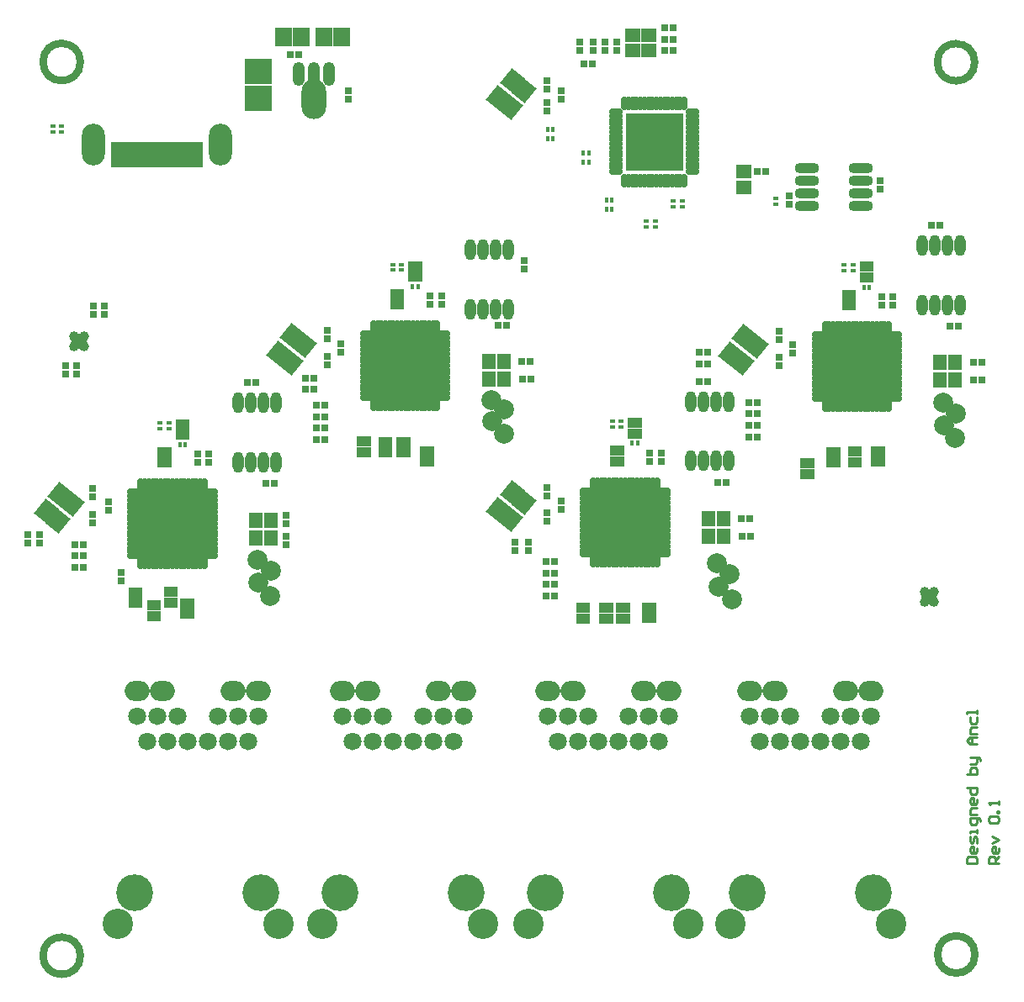
<source format=gts>
G04*
G04 #@! TF.GenerationSoftware,Altium Limited,Altium Designer,21.1.1 (26)*
G04*
G04 Layer_Color=8388736*
%FSLAX25Y25*%
%MOIN*%
G70*
G04*
G04 #@! TF.SameCoordinates,1DE770B5-5229-4C7E-BA00-58D6BC8AB395*
G04*
G04*
G04 #@! TF.FilePolarity,Negative*
G04*
G01*
G75*
%ADD10C,0.01000*%
%ADD41C,0.03000*%
%ADD42R,0.06400X0.06400*%
%ADD43R,0.06200X0.06200*%
%ADD44R,0.04756X0.09874*%
%ADD45C,0.07906*%
%ADD46O,0.04756X0.10268*%
%ADD47O,0.04756X0.09480*%
%ADD48O,0.09874X0.15780*%
%ADD49O,0.04362X0.08291*%
%ADD50O,0.09678X0.04238*%
G04:AMPARAMS|DCode=51|XSize=75.12mil|YSize=65.28mil|CornerRadius=0mil|HoleSize=0mil|Usage=FLASHONLY|Rotation=231.000|XOffset=0mil|YOffset=0mil|HoleType=Round|Shape=Rectangle|*
%AMROTATEDRECTD51*
4,1,4,-0.00173,0.04973,0.04900,0.00865,0.00173,-0.04973,-0.04900,-0.00865,-0.00173,0.04973,0.0*
%
%ADD51ROTATEDRECTD51*%

%ADD52O,0.05543X0.02787*%
%ADD53O,0.02787X0.05543*%
%ADD54R,0.23063X0.23063*%
%ADD55R,0.26409X0.26409*%
%ADD56R,0.03181X0.03969*%
%ADD57R,0.05858X0.05661*%
%ADD58R,0.02959X0.02762*%
%ADD59R,0.01975X0.01817*%
%ADD60R,0.01817X0.01975*%
%ADD61R,0.06567X0.07787*%
%ADD62R,0.02762X0.02959*%
%ADD63R,0.10858X0.10268*%
%ADD64R,0.05661X0.05858*%
%ADD65O,0.09087X0.16567*%
%ADD66O,0.09874X0.07906*%
%ADD67C,0.07118*%
%ADD68C,0.12000*%
%ADD69C,0.14598*%
%ADD70C,0.03969*%
D10*
X378270Y56200D02*
X382269D01*
Y58199D01*
X381602Y58866D01*
X378936D01*
X378270Y58199D01*
Y56200D01*
X382269Y62198D02*
Y60865D01*
X381602Y60199D01*
X380269D01*
X379603Y60865D01*
Y62198D01*
X380269Y62865D01*
X380936D01*
Y60199D01*
X382269Y64197D02*
Y66197D01*
X381602Y66863D01*
X380936Y66197D01*
Y64864D01*
X380269Y64197D01*
X379603Y64864D01*
Y66863D01*
X382269Y68196D02*
Y69529D01*
Y68863D01*
X379603D01*
Y68196D01*
X383601Y72861D02*
Y73528D01*
X382935Y74194D01*
X379603D01*
Y72195D01*
X380269Y71528D01*
X381602D01*
X382269Y72195D01*
Y74194D01*
Y75527D02*
X379603D01*
Y77526D01*
X380269Y78193D01*
X382269D01*
Y81525D02*
Y80192D01*
X381602Y79526D01*
X380269D01*
X379603Y80192D01*
Y81525D01*
X380269Y82192D01*
X380936D01*
Y79526D01*
X378270Y86190D02*
X382269D01*
Y84191D01*
X381602Y83525D01*
X380269D01*
X379603Y84191D01*
Y86190D01*
X378270Y91522D02*
X382269D01*
Y93521D01*
X381602Y94188D01*
X380936D01*
X380269D01*
X379603Y93521D01*
Y91522D01*
Y95521D02*
X381602D01*
X382269Y96187D01*
Y98186D01*
X382935D01*
X383601Y97520D01*
Y96854D01*
X382269Y98186D02*
X379603D01*
X382269Y103518D02*
X379603D01*
X378270Y104851D01*
X379603Y106184D01*
X382269D01*
X380269D01*
Y103518D01*
X382269Y107517D02*
X379603D01*
Y109516D01*
X380269Y110183D01*
X382269D01*
X379603Y114181D02*
Y112182D01*
X380269Y111515D01*
X381602D01*
X382269Y112182D01*
Y114181D01*
Y115514D02*
Y116847D01*
Y116181D01*
X378270D01*
Y115514D01*
X390800Y56200D02*
X386801D01*
Y58199D01*
X387468Y58866D01*
X388801D01*
X389467Y58199D01*
Y56200D01*
Y57533D02*
X390800Y58866D01*
Y62198D02*
Y60865D01*
X390134Y60199D01*
X388801D01*
X388134Y60865D01*
Y62198D01*
X388801Y62865D01*
X389467D01*
Y60199D01*
X388134Y64197D02*
X390800Y65530D01*
X388134Y66863D01*
X387468Y72195D02*
X386801Y72861D01*
Y74194D01*
X387468Y74861D01*
X390134D01*
X390800Y74194D01*
Y72861D01*
X390134Y72195D01*
X387468D01*
X390800Y76194D02*
X390134D01*
Y76860D01*
X390800D01*
Y76194D01*
Y79526D02*
Y80859D01*
Y80192D01*
X386801D01*
X387468Y79526D01*
D41*
X27091Y19682D02*
G03*
X27091Y19682I-7400J0D01*
G01*
X381491Y20182D02*
G03*
X381491Y20182I-7400J0D01*
G01*
X381384Y373978D02*
G03*
X381384Y373978I-7400J0D01*
G01*
X27091Y374082D02*
G03*
X27091Y374082I-7400J0D01*
G01*
D42*
X363400Y162100D02*
D03*
D43*
X26600Y263300D02*
D03*
D44*
X69280Y337362D02*
D03*
X61406D02*
D03*
X53532D02*
D03*
X45658D02*
D03*
X41721D02*
D03*
X49595D02*
D03*
X57469D02*
D03*
X65343D02*
D03*
X73217D02*
D03*
D45*
X279401Y175465D02*
D03*
X373700Y225000D02*
D03*
X194800Y226800D02*
D03*
X102251Y162249D02*
D03*
X369300Y230100D02*
D03*
X190100Y231500D02*
D03*
X97600Y167700D02*
D03*
X373800Y234800D02*
D03*
X195000Y236200D02*
D03*
X102500Y172200D02*
D03*
X369000Y239100D02*
D03*
X189900Y240100D02*
D03*
X97200Y176600D02*
D03*
X285200Y161100D02*
D03*
X280000Y165900D02*
D03*
X284300Y171100D02*
D03*
D46*
X119600Y368830D02*
D03*
D47*
X113695Y369220D02*
D03*
X125506D02*
D03*
D48*
X119600Y359380D02*
D03*
D49*
X196600Y299711D02*
D03*
X191600D02*
D03*
X186600D02*
D03*
X181600D02*
D03*
X196600Y276089D02*
D03*
X191600D02*
D03*
X186600D02*
D03*
X181600D02*
D03*
X360618Y277720D02*
D03*
X365618D02*
D03*
X370618D02*
D03*
X375618D02*
D03*
X360618Y301342D02*
D03*
X365618D02*
D03*
X370618D02*
D03*
X375618D02*
D03*
X268818Y215820D02*
D03*
X273818D02*
D03*
X278818D02*
D03*
X283818D02*
D03*
X268818Y239442D02*
D03*
X273818D02*
D03*
X278818D02*
D03*
X283818D02*
D03*
X89553Y215285D02*
D03*
X94553D02*
D03*
X99553D02*
D03*
X104553D02*
D03*
X89553Y238907D02*
D03*
X94553D02*
D03*
X99553D02*
D03*
X104553D02*
D03*
D50*
X314806Y332112D02*
D03*
Y327112D02*
D03*
Y322112D02*
D03*
Y317112D02*
D03*
X336106Y332112D02*
D03*
Y327112D02*
D03*
Y322112D02*
D03*
Y317112D02*
D03*
D51*
X13462Y196047D02*
D03*
X23809Y198814D02*
D03*
X18913Y202778D02*
D03*
X18358Y192083D02*
D03*
X192654Y359833D02*
D03*
X203000Y362600D02*
D03*
X198105Y366564D02*
D03*
X197549Y355869D02*
D03*
X284528Y258482D02*
D03*
X294874Y261249D02*
D03*
X289979Y265213D02*
D03*
X289423Y254518D02*
D03*
X192728Y196582D02*
D03*
X203074Y199349D02*
D03*
X198179Y203313D02*
D03*
X197623Y192618D02*
D03*
X105628Y258782D02*
D03*
X115974Y261549D02*
D03*
X111079Y265513D02*
D03*
X110523Y254818D02*
D03*
D52*
X239244Y354211D02*
D03*
Y352636D02*
D03*
Y351061D02*
D03*
Y349487D02*
D03*
Y347912D02*
D03*
Y346337D02*
D03*
Y344762D02*
D03*
Y343187D02*
D03*
Y341613D02*
D03*
Y340038D02*
D03*
Y338463D02*
D03*
Y336888D02*
D03*
Y335313D02*
D03*
Y333739D02*
D03*
Y332164D02*
D03*
Y330589D02*
D03*
X269756D02*
D03*
Y332164D02*
D03*
Y333739D02*
D03*
Y335313D02*
D03*
Y336888D02*
D03*
Y338463D02*
D03*
Y340038D02*
D03*
Y341613D02*
D03*
Y343187D02*
D03*
Y344762D02*
D03*
Y346337D02*
D03*
Y347912D02*
D03*
Y349487D02*
D03*
Y351061D02*
D03*
Y352636D02*
D03*
Y354211D02*
D03*
X258157Y178867D02*
D03*
Y180442D02*
D03*
Y182017D02*
D03*
Y183591D02*
D03*
Y185166D02*
D03*
Y186741D02*
D03*
Y188316D02*
D03*
Y189891D02*
D03*
Y191465D02*
D03*
Y193040D02*
D03*
Y194615D02*
D03*
Y196190D02*
D03*
Y197765D02*
D03*
Y199339D02*
D03*
Y200914D02*
D03*
Y202489D02*
D03*
Y204064D02*
D03*
X227645D02*
D03*
Y202489D02*
D03*
Y200914D02*
D03*
Y199339D02*
D03*
Y197765D02*
D03*
Y196190D02*
D03*
Y194615D02*
D03*
Y193040D02*
D03*
Y191465D02*
D03*
Y189891D02*
D03*
Y188316D02*
D03*
Y186741D02*
D03*
Y185166D02*
D03*
Y183591D02*
D03*
Y182017D02*
D03*
Y180442D02*
D03*
Y178867D02*
D03*
X78891Y178332D02*
D03*
Y179907D02*
D03*
Y181482D02*
D03*
Y183057D02*
D03*
Y184632D02*
D03*
Y186206D02*
D03*
Y187781D02*
D03*
Y189356D02*
D03*
Y190931D02*
D03*
Y192506D02*
D03*
Y194080D02*
D03*
Y195655D02*
D03*
Y197230D02*
D03*
Y198805D02*
D03*
Y200379D02*
D03*
Y201954D02*
D03*
Y203529D02*
D03*
X48379D02*
D03*
Y201954D02*
D03*
Y200379D02*
D03*
Y198805D02*
D03*
Y197230D02*
D03*
Y195655D02*
D03*
Y194080D02*
D03*
Y192506D02*
D03*
Y190931D02*
D03*
Y189356D02*
D03*
Y187781D02*
D03*
Y186206D02*
D03*
Y184632D02*
D03*
Y183057D02*
D03*
Y181482D02*
D03*
Y179907D02*
D03*
Y178332D02*
D03*
X349957Y240767D02*
D03*
Y242342D02*
D03*
Y243917D02*
D03*
Y245491D02*
D03*
Y247066D02*
D03*
Y248641D02*
D03*
Y250216D02*
D03*
Y251791D02*
D03*
Y253365D02*
D03*
Y254940D02*
D03*
Y256515D02*
D03*
Y258090D02*
D03*
Y259665D02*
D03*
Y261239D02*
D03*
Y262814D02*
D03*
Y264389D02*
D03*
Y265964D02*
D03*
X319445D02*
D03*
Y264389D02*
D03*
Y262814D02*
D03*
Y261239D02*
D03*
Y259665D02*
D03*
Y258090D02*
D03*
Y256515D02*
D03*
Y254940D02*
D03*
Y253365D02*
D03*
Y251791D02*
D03*
Y250216D02*
D03*
Y248641D02*
D03*
Y247066D02*
D03*
Y245491D02*
D03*
Y243917D02*
D03*
Y242342D02*
D03*
Y240767D02*
D03*
X140545Y241067D02*
D03*
Y242642D02*
D03*
Y244216D02*
D03*
Y245791D02*
D03*
Y247366D02*
D03*
Y248941D02*
D03*
Y250516D02*
D03*
Y252091D02*
D03*
Y253665D02*
D03*
Y255240D02*
D03*
Y256815D02*
D03*
Y258390D02*
D03*
Y259965D02*
D03*
Y261539D02*
D03*
Y263114D02*
D03*
Y264689D02*
D03*
Y266264D02*
D03*
X171057D02*
D03*
Y264689D02*
D03*
Y263114D02*
D03*
Y261539D02*
D03*
Y259965D02*
D03*
Y258390D02*
D03*
Y256815D02*
D03*
Y255240D02*
D03*
Y253665D02*
D03*
Y252091D02*
D03*
Y250516D02*
D03*
Y248941D02*
D03*
Y247366D02*
D03*
Y245791D02*
D03*
Y244216D02*
D03*
Y242642D02*
D03*
Y241067D02*
D03*
D53*
X242689Y327144D02*
D03*
X244264D02*
D03*
X245839D02*
D03*
X247413D02*
D03*
X248988D02*
D03*
X250563D02*
D03*
X252138D02*
D03*
X253713D02*
D03*
X255287D02*
D03*
X256862D02*
D03*
X258437D02*
D03*
X260012D02*
D03*
X261587D02*
D03*
X263161D02*
D03*
X264736D02*
D03*
X266311D02*
D03*
Y357656D02*
D03*
X264736D02*
D03*
X263161D02*
D03*
X261587D02*
D03*
X260012D02*
D03*
X258437D02*
D03*
X256862D02*
D03*
X255287D02*
D03*
X253713D02*
D03*
X252138D02*
D03*
X250563D02*
D03*
X248988D02*
D03*
X247413D02*
D03*
X245839D02*
D03*
X244264D02*
D03*
X242689D02*
D03*
X255499Y206721D02*
D03*
X253924D02*
D03*
X252350D02*
D03*
X250775D02*
D03*
X249200D02*
D03*
X247625D02*
D03*
X246050D02*
D03*
X244476D02*
D03*
X242901D02*
D03*
X241326D02*
D03*
X239751D02*
D03*
X238176D02*
D03*
X236602D02*
D03*
X235027D02*
D03*
X233452D02*
D03*
X231877D02*
D03*
X230302D02*
D03*
Y176209D02*
D03*
X231877D02*
D03*
X233452D02*
D03*
X235027D02*
D03*
X236602D02*
D03*
X238176D02*
D03*
X239751D02*
D03*
X241326D02*
D03*
X242901D02*
D03*
X244476D02*
D03*
X246050D02*
D03*
X247625D02*
D03*
X249200D02*
D03*
X250775D02*
D03*
X252350D02*
D03*
X253924D02*
D03*
X255499D02*
D03*
X76234Y206187D02*
D03*
X74659D02*
D03*
X73084D02*
D03*
X71509D02*
D03*
X69935D02*
D03*
X68360D02*
D03*
X66785D02*
D03*
X65210D02*
D03*
X63635D02*
D03*
X62061D02*
D03*
X60486D02*
D03*
X58911D02*
D03*
X57336D02*
D03*
X55761D02*
D03*
X54187D02*
D03*
X52612D02*
D03*
X51037D02*
D03*
Y175675D02*
D03*
X52612D02*
D03*
X54187D02*
D03*
X55761D02*
D03*
X57336D02*
D03*
X58911D02*
D03*
X60486D02*
D03*
X62061D02*
D03*
X63635D02*
D03*
X65210D02*
D03*
X66785D02*
D03*
X68360D02*
D03*
X69935D02*
D03*
X71509D02*
D03*
X73084D02*
D03*
X74659D02*
D03*
X76234D02*
D03*
X347299Y268621D02*
D03*
X345724D02*
D03*
X344150D02*
D03*
X342575D02*
D03*
X341000D02*
D03*
X339425D02*
D03*
X337850D02*
D03*
X336276D02*
D03*
X334701D02*
D03*
X333126D02*
D03*
X331551D02*
D03*
X329976D02*
D03*
X328402D02*
D03*
X326827D02*
D03*
X325252D02*
D03*
X323677D02*
D03*
X322102D02*
D03*
Y238109D02*
D03*
X323677D02*
D03*
X325252D02*
D03*
X326827D02*
D03*
X328402D02*
D03*
X329976D02*
D03*
X331551D02*
D03*
X333126D02*
D03*
X334701D02*
D03*
X336276D02*
D03*
X337850D02*
D03*
X339425D02*
D03*
X341000D02*
D03*
X342575D02*
D03*
X344150D02*
D03*
X345724D02*
D03*
X347299D02*
D03*
X168399Y238409D02*
D03*
X166824D02*
D03*
X165250D02*
D03*
X163675D02*
D03*
X162100D02*
D03*
X160525D02*
D03*
X158950D02*
D03*
X157376D02*
D03*
X155801D02*
D03*
X154226D02*
D03*
X152651D02*
D03*
X151076D02*
D03*
X149502D02*
D03*
X147927D02*
D03*
X146352D02*
D03*
X144777D02*
D03*
X143202D02*
D03*
Y268921D02*
D03*
X144777D02*
D03*
X146352D02*
D03*
X147927D02*
D03*
X149502D02*
D03*
X151076D02*
D03*
X152651D02*
D03*
X154226D02*
D03*
X155801D02*
D03*
X157376D02*
D03*
X158950D02*
D03*
X160525D02*
D03*
X162100D02*
D03*
X163675D02*
D03*
X165250D02*
D03*
X166824D02*
D03*
X168399D02*
D03*
D54*
X254500Y342400D02*
D03*
D55*
X242901Y191465D02*
D03*
X63635Y190931D02*
D03*
X334701Y253365D02*
D03*
X155801Y253665D02*
D03*
D56*
X138318Y219433D02*
D03*
X140483D02*
D03*
X140483Y223567D02*
D03*
X138318D02*
D03*
X61553Y219298D02*
D03*
X59387D02*
D03*
X59388Y215165D02*
D03*
X61553D02*
D03*
X316099Y210739D02*
D03*
X313934D02*
D03*
X316099Y214873D02*
D03*
X313934D02*
D03*
X227383Y153433D02*
D03*
X225218D02*
D03*
X227383Y157567D02*
D03*
X225218D02*
D03*
X49983Y159533D02*
D03*
X47818D02*
D03*
X49983Y163667D02*
D03*
X47818D02*
D03*
X324293Y219454D02*
D03*
X326458D02*
D03*
X324293Y215321D02*
D03*
X326458D02*
D03*
X234418Y153433D02*
D03*
X236583D02*
D03*
X236583Y157567D02*
D03*
X234418D02*
D03*
X146918Y219333D02*
D03*
X149083D02*
D03*
X149083Y223467D02*
D03*
X146918D02*
D03*
X55118Y154433D02*
D03*
X57283D02*
D03*
X57283Y158567D02*
D03*
X55118D02*
D03*
X335012Y215399D02*
D03*
X332847D02*
D03*
X335012Y219533D02*
D03*
X332847D02*
D03*
X241018Y153433D02*
D03*
X243183D02*
D03*
X243182Y157567D02*
D03*
X241018D02*
D03*
X153948Y219333D02*
D03*
X156113D02*
D03*
X156113Y223467D02*
D03*
X153948D02*
D03*
X61818Y163867D02*
D03*
X63983D02*
D03*
X63983Y159733D02*
D03*
X61818D02*
D03*
X342000Y219713D02*
D03*
X344165D02*
D03*
X342000Y215580D02*
D03*
X344165D02*
D03*
X251282Y153646D02*
D03*
X253447D02*
D03*
X253447Y157780D02*
D03*
X251282D02*
D03*
X163318Y215533D02*
D03*
X165483D02*
D03*
X165483Y219667D02*
D03*
X163318D02*
D03*
X68318Y155333D02*
D03*
X70483D02*
D03*
X70483Y159467D02*
D03*
X68318D02*
D03*
X339718Y292833D02*
D03*
X337553D02*
D03*
X337553Y288699D02*
D03*
X339718D02*
D03*
X247918Y230933D02*
D03*
X245753D02*
D03*
X245753Y226799D02*
D03*
X247918D02*
D03*
X160818Y293133D02*
D03*
X158653D02*
D03*
X158653Y288999D02*
D03*
X160818D02*
D03*
X68652Y230398D02*
D03*
X66487D02*
D03*
X66488Y226265D02*
D03*
X68653D02*
D03*
X332618Y281733D02*
D03*
X330453D02*
D03*
X330453Y277599D02*
D03*
X332618D02*
D03*
X240818Y219833D02*
D03*
X238653D02*
D03*
X238653Y215699D02*
D03*
X240818D02*
D03*
X153718Y282033D02*
D03*
X151553D02*
D03*
X151553Y277899D02*
D03*
X153718D02*
D03*
D57*
X289900Y324437D02*
D03*
Y330500D02*
D03*
X252200Y384563D02*
D03*
Y378500D02*
D03*
X246000Y384587D02*
D03*
Y378524D02*
D03*
D58*
X202900Y295173D02*
D03*
Y291827D02*
D03*
X230400Y378706D02*
D03*
Y382052D02*
D03*
X211927Y366763D02*
D03*
Y363417D02*
D03*
X212027Y354770D02*
D03*
Y358117D02*
D03*
X303866Y263900D02*
D03*
Y267247D02*
D03*
X212066Y205346D02*
D03*
Y202000D02*
D03*
X124966Y267547D02*
D03*
Y264200D02*
D03*
X32000Y204873D02*
D03*
Y201527D02*
D03*
X303866Y253727D02*
D03*
Y257073D02*
D03*
X212066Y191827D02*
D03*
Y195173D02*
D03*
X124966Y254027D02*
D03*
Y257373D02*
D03*
X32000Y191227D02*
D03*
Y194573D02*
D03*
X133300Y362700D02*
D03*
Y359353D02*
D03*
X36700Y273827D02*
D03*
Y277173D02*
D03*
X25600Y253673D02*
D03*
Y250327D02*
D03*
X224900Y382073D02*
D03*
Y378727D02*
D03*
X217627Y362590D02*
D03*
Y359243D02*
D03*
X239500Y378706D02*
D03*
Y382052D02*
D03*
X235000Y378706D02*
D03*
Y382052D02*
D03*
X344501Y277692D02*
D03*
Y281039D02*
D03*
X252701Y215792D02*
D03*
Y219139D02*
D03*
X165601Y277992D02*
D03*
Y281339D02*
D03*
X73435Y215258D02*
D03*
Y218604D02*
D03*
X43400Y168227D02*
D03*
Y171573D02*
D03*
X108700Y191100D02*
D03*
Y194447D02*
D03*
Y186000D02*
D03*
Y182653D02*
D03*
X349001Y281039D02*
D03*
Y277692D02*
D03*
X257201Y219139D02*
D03*
Y215792D02*
D03*
X170101Y281339D02*
D03*
Y277992D02*
D03*
X77935Y218604D02*
D03*
Y215258D02*
D03*
X204566Y180454D02*
D03*
Y183800D02*
D03*
X11000Y183254D02*
D03*
Y186600D02*
D03*
X199166Y183773D02*
D03*
Y180427D02*
D03*
X6400Y186573D02*
D03*
Y183227D02*
D03*
X309235Y258666D02*
D03*
Y262013D02*
D03*
X217435Y196766D02*
D03*
Y200113D02*
D03*
X130335Y258966D02*
D03*
Y262313D02*
D03*
X38170Y196231D02*
D03*
Y199578D02*
D03*
X32200Y277200D02*
D03*
Y273853D02*
D03*
X21100Y250327D02*
D03*
Y253673D02*
D03*
X307800Y321073D02*
D03*
Y317727D02*
D03*
X343900Y323727D02*
D03*
Y327073D02*
D03*
D59*
X19700Y346456D02*
D03*
Y348700D02*
D03*
X254800Y310900D02*
D03*
Y308656D02*
D03*
X265543Y316712D02*
D03*
Y318956D02*
D03*
X251231Y310900D02*
D03*
Y308656D02*
D03*
X262042Y318978D02*
D03*
Y316734D02*
D03*
X333201Y293487D02*
D03*
Y291243D02*
D03*
X241401Y229343D02*
D03*
Y231587D02*
D03*
X154301Y291543D02*
D03*
Y293787D02*
D03*
X62135Y228809D02*
D03*
Y231053D02*
D03*
X329701Y293487D02*
D03*
Y291243D02*
D03*
X237901Y229343D02*
D03*
Y231587D02*
D03*
X150801Y291543D02*
D03*
Y293787D02*
D03*
X58635Y228809D02*
D03*
Y231053D02*
D03*
X302700Y317678D02*
D03*
Y319922D02*
D03*
X16200Y346378D02*
D03*
Y348622D02*
D03*
D60*
X214344Y347300D02*
D03*
X212100D02*
D03*
X214344Y343800D02*
D03*
X212100D02*
D03*
X228457Y337956D02*
D03*
X226213D02*
D03*
X228435Y334456D02*
D03*
X226191D02*
D03*
X237678Y315558D02*
D03*
X235434D02*
D03*
X237678Y319158D02*
D03*
X235434D02*
D03*
X337513Y284766D02*
D03*
X339757D02*
D03*
X245713Y222866D02*
D03*
X247957D02*
D03*
X158613Y285066D02*
D03*
X160857D02*
D03*
X66448Y222332D02*
D03*
X68692D02*
D03*
D61*
X107496Y384100D02*
D03*
X114504D02*
D03*
X123696Y384000D02*
D03*
X130704D02*
D03*
D62*
X110227Y377000D02*
D03*
X113573D02*
D03*
X298473Y330500D02*
D03*
X295127D02*
D03*
X261800Y383100D02*
D03*
X258453D02*
D03*
X261800Y387700D02*
D03*
X258453D02*
D03*
X261800Y378555D02*
D03*
X258453D02*
D03*
X226527Y373179D02*
D03*
X229873D02*
D03*
X364201Y309365D02*
D03*
X367547D02*
D03*
X272401Y247465D02*
D03*
X275747D02*
D03*
X93135Y246931D02*
D03*
X96482D02*
D03*
X374874Y269365D02*
D03*
X371528D02*
D03*
X283074Y207465D02*
D03*
X279728D02*
D03*
X195974Y269665D02*
D03*
X192628D02*
D03*
X103809Y206931D02*
D03*
X100462D02*
D03*
X291828Y230065D02*
D03*
X295174D02*
D03*
X211632Y162400D02*
D03*
X214979D02*
D03*
X124013Y224430D02*
D03*
X120667D02*
D03*
X291828Y239065D02*
D03*
X295174D02*
D03*
X211628Y175965D02*
D03*
X214974D02*
D03*
X124074Y237965D02*
D03*
X120728D02*
D03*
X24854Y182700D02*
D03*
X28200D02*
D03*
X384201Y254865D02*
D03*
X380854D02*
D03*
X292401Y192965D02*
D03*
X289054D02*
D03*
X205301Y255165D02*
D03*
X201954D02*
D03*
X384374Y247865D02*
D03*
X381028D02*
D03*
X292574Y185965D02*
D03*
X289228D02*
D03*
X205474Y248165D02*
D03*
X202128D02*
D03*
X291828Y234565D02*
D03*
X295174D02*
D03*
X211628Y171465D02*
D03*
X214974D02*
D03*
X124074Y233465D02*
D03*
X120728D02*
D03*
X24854Y178200D02*
D03*
X28200D02*
D03*
X272354Y254334D02*
D03*
X275700D02*
D03*
X116320Y244198D02*
D03*
X119666D02*
D03*
X275710Y258860D02*
D03*
X272364D02*
D03*
X119673Y248734D02*
D03*
X116327D02*
D03*
X291807Y225464D02*
D03*
X295153D02*
D03*
X211597Y166946D02*
D03*
X214943D02*
D03*
X124041Y228969D02*
D03*
X120694D02*
D03*
X28173Y173700D02*
D03*
X24827D02*
D03*
D63*
X97500Y370413D02*
D03*
Y359587D02*
D03*
D64*
X367669Y247865D02*
D03*
X373732D02*
D03*
X275869Y185965D02*
D03*
X281932D02*
D03*
X188769Y248165D02*
D03*
X194832D02*
D03*
X96604Y185431D02*
D03*
X102667D02*
D03*
X367669Y254865D02*
D03*
X373732D02*
D03*
X275869Y192965D02*
D03*
X281932D02*
D03*
X188769Y255165D02*
D03*
X194832D02*
D03*
X96604Y192431D02*
D03*
X102667D02*
D03*
D65*
X32272Y341299D02*
D03*
X82666D02*
D03*
D66*
X49725Y124766D02*
D03*
X59724D02*
D03*
X97677D02*
D03*
X87677D02*
D03*
X292425Y124765D02*
D03*
X302425D02*
D03*
X340377D02*
D03*
X330377D02*
D03*
X212225D02*
D03*
X222224D02*
D03*
X260177D02*
D03*
X250177D02*
D03*
X130824Y124766D02*
D03*
X140824D02*
D03*
X178777D02*
D03*
X168777D02*
D03*
D67*
X49705Y114766D02*
D03*
X57697D02*
D03*
X65689D02*
D03*
X97697D02*
D03*
X89705D02*
D03*
X81713D02*
D03*
X53720Y104766D02*
D03*
X61713D02*
D03*
X69705D02*
D03*
X93681D02*
D03*
X85689D02*
D03*
X77697D02*
D03*
X292405Y114765D02*
D03*
X300397D02*
D03*
X308389D02*
D03*
X340397D02*
D03*
X332405D02*
D03*
X324413D02*
D03*
X296421Y104765D02*
D03*
X304413D02*
D03*
X312405D02*
D03*
X336381D02*
D03*
X328389D02*
D03*
X320397D02*
D03*
X212205Y114765D02*
D03*
X220197D02*
D03*
X228189D02*
D03*
X260197D02*
D03*
X252205D02*
D03*
X244213D02*
D03*
X216220Y104765D02*
D03*
X224213D02*
D03*
X232205D02*
D03*
X256181D02*
D03*
X248189D02*
D03*
X240197D02*
D03*
X130805Y114766D02*
D03*
X138797D02*
D03*
X146789D02*
D03*
X178797D02*
D03*
X170805D02*
D03*
X162813D02*
D03*
X134820Y104766D02*
D03*
X142813D02*
D03*
X150805D02*
D03*
X174781D02*
D03*
X166789D02*
D03*
X158797D02*
D03*
D68*
X41949Y32247D02*
D03*
X105453D02*
D03*
X284649Y32246D02*
D03*
X348153D02*
D03*
X204449D02*
D03*
X267953D02*
D03*
X123049Y32247D02*
D03*
X186553D02*
D03*
D69*
X48701Y44766D02*
D03*
X98701D02*
D03*
X291401Y44765D02*
D03*
X341401D02*
D03*
X211201D02*
D03*
X261201D02*
D03*
X129801Y44766D02*
D03*
X179801D02*
D03*
D70*
X365369Y163969D02*
D03*
X361432D02*
D03*
X365369Y160031D02*
D03*
X361432D02*
D03*
X245839Y351061D02*
D03*
X250169D02*
D03*
X254500D02*
D03*
X258831D02*
D03*
X263161D02*
D03*
X245839Y346731D02*
D03*
X250169D02*
D03*
X254500D02*
D03*
X258831D02*
D03*
X263161D02*
D03*
X245839Y342400D02*
D03*
X250169D02*
D03*
X254500D02*
D03*
X258831D02*
D03*
X263161D02*
D03*
X245839Y338069D02*
D03*
X250169D02*
D03*
X254500D02*
D03*
X258831D02*
D03*
X263161D02*
D03*
X245839Y333739D02*
D03*
X250169D02*
D03*
X254500D02*
D03*
X258831D02*
D03*
X263161D02*
D03*
X253728Y180639D02*
D03*
X249397D02*
D03*
X245066D02*
D03*
X240735D02*
D03*
X236405D02*
D03*
X232074D02*
D03*
X253728Y184969D02*
D03*
X249397D02*
D03*
X245066D02*
D03*
X240735D02*
D03*
X236405D02*
D03*
X232074D02*
D03*
X253728Y189300D02*
D03*
X249397D02*
D03*
X245066D02*
D03*
X240735D02*
D03*
X236405D02*
D03*
X232074D02*
D03*
X253728Y193631D02*
D03*
X249397D02*
D03*
X245066D02*
D03*
X240735D02*
D03*
X236405D02*
D03*
X232074D02*
D03*
X253728Y197961D02*
D03*
X249397D02*
D03*
X245066D02*
D03*
X240735D02*
D03*
X236405D02*
D03*
X232074D02*
D03*
X253728Y202292D02*
D03*
X249397D02*
D03*
X245066D02*
D03*
X240735D02*
D03*
X236405D02*
D03*
X232074D02*
D03*
X24632Y261332D02*
D03*
X28569D02*
D03*
X24632Y265268D02*
D03*
X28569D02*
D03*
X74462Y180104D02*
D03*
X70131D02*
D03*
X65801D02*
D03*
X61470D02*
D03*
X57139D02*
D03*
X52809D02*
D03*
X74462Y184435D02*
D03*
X70131D02*
D03*
X65801D02*
D03*
X61470D02*
D03*
X57139D02*
D03*
X52809D02*
D03*
X74462Y188765D02*
D03*
X70131D02*
D03*
X65801D02*
D03*
X61470D02*
D03*
X57139D02*
D03*
X52809D02*
D03*
X74462Y193096D02*
D03*
X70131D02*
D03*
X65801D02*
D03*
X61470D02*
D03*
X57139D02*
D03*
X52809D02*
D03*
X74462Y197427D02*
D03*
X70131D02*
D03*
X65801D02*
D03*
X61470D02*
D03*
X57139D02*
D03*
X52809D02*
D03*
X74462Y201758D02*
D03*
X70131D02*
D03*
X65801D02*
D03*
X61470D02*
D03*
X57139D02*
D03*
X52809D02*
D03*
X345528Y242539D02*
D03*
X341197D02*
D03*
X336866D02*
D03*
X332535D02*
D03*
X328205D02*
D03*
X323874D02*
D03*
X345528Y246869D02*
D03*
X341197D02*
D03*
X336866D02*
D03*
X332535D02*
D03*
X328205D02*
D03*
X323874D02*
D03*
X345528Y251200D02*
D03*
X341197D02*
D03*
X336866D02*
D03*
X332535D02*
D03*
X328205D02*
D03*
X323874D02*
D03*
X345528Y255531D02*
D03*
X341197D02*
D03*
X336866D02*
D03*
X332535D02*
D03*
X328205D02*
D03*
X323874D02*
D03*
X345528Y259861D02*
D03*
X341197D02*
D03*
X336866D02*
D03*
X332535D02*
D03*
X328205D02*
D03*
X323874D02*
D03*
X345528Y264192D02*
D03*
X341197D02*
D03*
X336866D02*
D03*
X332535D02*
D03*
X328205D02*
D03*
X323874D02*
D03*
X144974Y264492D02*
D03*
X149305D02*
D03*
X153635D02*
D03*
X157966D02*
D03*
X162297D02*
D03*
X166628D02*
D03*
X144974Y260161D02*
D03*
X149305D02*
D03*
X153635D02*
D03*
X157966D02*
D03*
X162297D02*
D03*
X166628D02*
D03*
X144974Y255831D02*
D03*
X149305D02*
D03*
X153635D02*
D03*
X157966D02*
D03*
X162297D02*
D03*
X166628D02*
D03*
X144974Y251500D02*
D03*
X149305D02*
D03*
X153635D02*
D03*
X157966D02*
D03*
X162297D02*
D03*
X166628D02*
D03*
X144974Y247169D02*
D03*
X149305D02*
D03*
X153635D02*
D03*
X157966D02*
D03*
X162297D02*
D03*
X166628D02*
D03*
X144974Y242839D02*
D03*
X149305D02*
D03*
X153635D02*
D03*
X157966D02*
D03*
X162297D02*
D03*
X166628D02*
D03*
M02*

</source>
